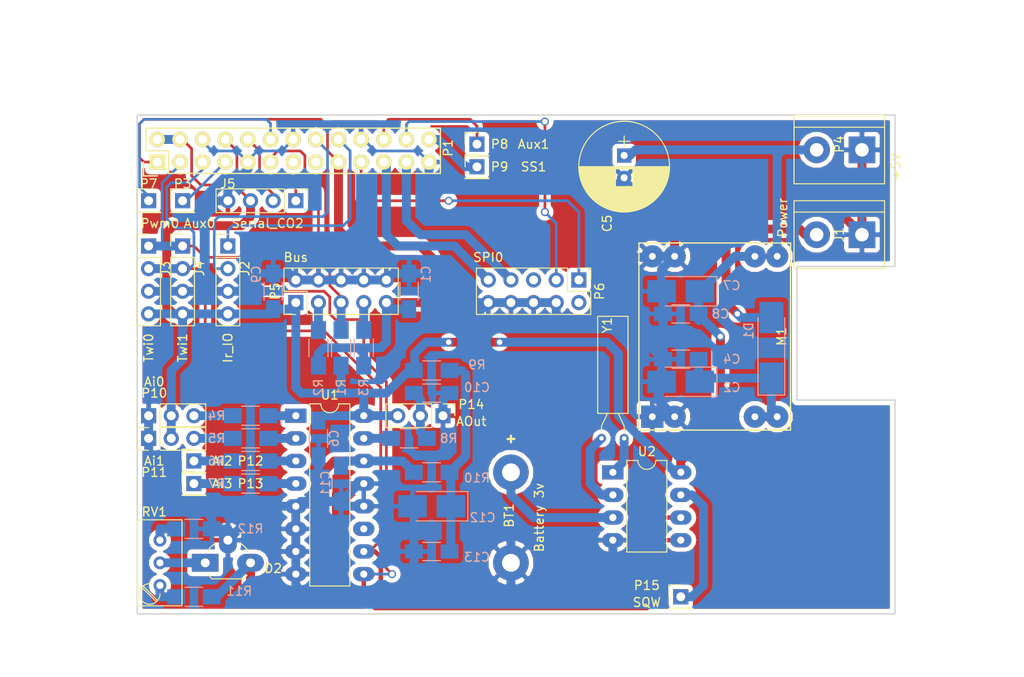
<source format=kicad_pcb>
(kicad_pcb (version 4) (host pcbnew 4.0.7)
  (title_block (date "15 nov 2012"))
  (layers (0 F.Cu signal) (31 B.Cu signal) (34 B.Paste user) (35 F.Paste user) (36 B.SilkS user) (37 F.SilkS user) (38 B.Mask user) (39 F.Mask user) (44 Edge.Cuts user))
  (net 0 "")
  (net 1 +5V)
  (net 2 GND)
  (net 3 +3V3)
  (net 4 /TXD)
  (net 5 /RXD)
  (net 6 "Net-(BT1-Pad1)")
  (net 7 "Net-(C2-Pad1)")
  (net 8 "Net-(C10-Pad1)")
  (net 9 "Net-(C11-Pad1)")
  (net 10 "Net-(C12-Pad1)")
  (net 11 "Net-(D1-Pad2)")
  (net 12 "Net-(D2-Pad1)")
  (net 13 /Ir_TX)
  (net 14 /Ir_RX)
  (net 15 /SDA)
  (net 16 /SCL)
  (net 17 /AUX0)
  (net 18 /1W)
  (net 19 /Pwm0)
  (net 20 /MOSI)
  (net 21 /MISO)
  (net 22 /AUX1)
  (net 23 /SCK)
  (net 24 /SS0)
  (net 25 /SS1)
  (net 26 "Net-(P10-Pad3)")
  (net 27 "Net-(P11-Pad3)")
  (net 28 "Net-(P12-Pad1)")
  (net 29 "Net-(P13-Pad1)")
  (net 30 "Net-(P15-Pad1)")
  (net 31 "Net-(R4-Pad2)")
  (net 32 "Net-(R5-Pad2)")
  (net 33 "Net-(R6-Pad2)")
  (net 34 "Net-(R7-Pad2)")
  (net 35 "Net-(R8-Pad2)")
  (net 36 "Net-(R11-Pad1)")
  (net 37 "Net-(R12-Pad2)")
  (net 38 "Net-(U2-Pad1)")
  (net 39 "Net-(U2-Pad2)")
  (module Pin_Headers:Pin_Header_Straight_2x13 (layer F.Cu) (at 145.75536 130.27914 90)
    (fp_text reference P1 (at 1.5875 32.6136 90) (layer F.SilkS))
    (fp_text value CONN_13X2)
    (pad 1 thru_hole rect (at 0 0 90) (size 1.7272 1.7272) (drill 1.016) (layers *.Cu *.Mask F.SilkS) (net 3 +3V3))
    (pad 2 thru_hole oval (at 2.54 0 90) (size 1.7272 1.7272) (drill 1.016) (layers *.Cu *.Mask F.SilkS) (net 1 +5V))
    (pad 3 thru_hole oval (at 0 2.54 90) (size 1.7272 1.7272) (drill 1.016) (layers *.Cu *.Mask F.SilkS) (net 15 /SDA))
    (pad 4 thru_hole oval (at 2.54 2.54 90) (size 1.7272 1.7272) (drill 1.016) (layers *.Cu *.Mask F.SilkS) (net 1 +5V))
    (pad 5 thru_hole oval (at 0 5.08 90) (size 1.7272 1.7272) (drill 1.016) (layers *.Cu *.Mask F.SilkS) (net 16 /SCL))
    (pad 6 thru_hole oval (at 2.54 5.08 90) (size 1.7272 1.7272) (drill 1.016) (layers *.Cu *.Mask F.SilkS) (net 2 GND))
    (pad 7 thru_hole oval (at 0 7.62 90) (size 1.7272 1.7272) (drill 1.016) (layers *.Cu *.Mask F.SilkS) (net 17 /AUX0))
    (pad 8 thru_hole oval (at 2.54 7.62 90) (size 1.7272 1.7272) (drill 1.016) (layers *.Cu *.Mask F.SilkS) (net 4 /TXD))
    (pad 9 thru_hole oval (at 0 10.16 90) (size 1.7272 1.7272) (drill 1.016) (layers *.Cu *.Mask F.SilkS) (net 2 GND))
    (pad 10 thru_hole oval (at 2.54 10.16 90) (size 1.7272 1.7272) (drill 1.016) (layers *.Cu *.Mask F.SilkS) (net 5 /RXD))
    (pad 11 thru_hole oval (at 0 12.7 90) (size 1.7272 1.7272) (drill 1.016) (layers *.Cu *.Mask F.SilkS) (net 18 /1W))
    (pad 12 thru_hole oval (at 2.54 12.7 90) (size 1.7272 1.7272) (drill 1.016) (layers *.Cu *.Mask F.SilkS) (net 19 /Pwm0))
    (pad 13 thru_hole oval (at 0 15.24 90) (size 1.7272 1.7272) (drill 1.016) (layers *.Cu *.Mask F.SilkS))
    (pad 14 thru_hole oval (at 2.54 15.24 90) (size 1.7272 1.7272) (drill 1.016) (layers *.Cu *.Mask F.SilkS) (net 2 GND))
    (pad 15 thru_hole oval (at 0 17.78 90) (size 1.7272 1.7272) (drill 1.016) (layers *.Cu *.Mask F.SilkS))
    (pad 16 thru_hole oval (at 2.54 17.78 90) (size 1.7272 1.7272) (drill 1.016) (layers *.Cu *.Mask F.SilkS) (net 14 /Ir_RX))
    (pad 17 thru_hole oval (at 0 20.32 90) (size 1.7272 1.7272) (drill 1.016) (layers *.Cu *.Mask F.SilkS) (net 3 +3V3))
    (pad 18 thru_hole oval (at 2.54 20.32 90) (size 1.7272 1.7272) (drill 1.016) (layers *.Cu *.Mask F.SilkS) (net 13 /Ir_TX))
    (pad 19 thru_hole oval (at 0 22.86 90) (size 1.7272 1.7272) (drill 1.016) (layers *.Cu *.Mask F.SilkS) (net 20 /MOSI))
    (pad 20 thru_hole oval (at 2.54 22.86 90) (size 1.7272 1.7272) (drill 1.016) (layers *.Cu *.Mask F.SilkS) (net 2 GND))
    (pad 21 thru_hole oval (at 0 25.4 90) (size 1.7272 1.7272) (drill 1.016) (layers *.Cu *.Mask F.SilkS) (net 21 /MISO))
    (pad 22 thru_hole oval (at 2.54 25.4 90) (size 1.7272 1.7272) (drill 1.016) (layers *.Cu *.Mask F.SilkS) (net 22 /AUX1))
    (pad 23 thru_hole oval (at 0 27.94 90) (size 1.7272 1.7272) (drill 1.016) (layers *.Cu *.Mask F.SilkS) (net 23 /SCK))
    (pad 24 thru_hole oval (at 2.54 27.94 90) (size 1.7272 1.7272) (drill 1.016) (layers *.Cu *.Mask F.SilkS) (net 24 /SS0))
    (pad 25 thru_hole oval (at 0 30.48 90) (size 1.7272 1.7272) (drill 1.016) (layers *.Cu *.Mask F.SilkS) (net 2 GND))
    (pad 26 thru_hole oval (at 2.54 30.48 90) (size 1.7272 1.7272) (drill 1.016) (layers *.Cu *.Mask F.SilkS) (net 25 /SS1))
  )
  (module Wire_Connections_Bridges:WireConnection_2.00mmDrill (layer F.Cu) (at 185.42 165.1 270)
    (fp_text reference BT1 (at 4.8514 0.2032 270) (layer F.SilkS))
    (fp_text value "Battery 3v" (at 5.08 -3.175 270) (layer F.SilkS))
    (pad 1 thru_hole circle (at 0 0 270) (size 4.0005 4.0005) (drill 1.99898) (layers *.Cu *.Mask) (net 6 "Net-(BT1-Pad1)"))
    (pad 2 thru_hole circle (at 10.16 0 270) (size 4.0005 4.0005) (drill 1.99898) (layers *.Cu *.Mask) (net 2 GND))
  )
  (module Capacitors_SMD:C_1206_HandSoldering (layer B.Cu) (at 173.99 144.78 90)
    (fp_text reference C1 (at 1.905 1.905 90) (layer B.SilkS) (effects (justify mirror)))
    (fp_text value 0,1)
    (pad 1 smd rect (at -2 0 90) (size 2 1.6) (layers B.Cu B.Paste B.Mask) (net 3 +3V3))
    (pad 2 smd rect (at 2 0 90) (size 2 1.6) (layers B.Cu B.Paste B.Mask) (net 2 GND))
  )
  (module Capacitors_Tantalum_SMD:CP_Tantalum_Case-B_EIA-3528-21_Hand (layer B.Cu) (at 204.47 154.94 180)
    (fp_text reference C2 (at -5.715 -0.635 180) (layer B.SilkS) (effects (justify mirror)))
    (fp_text value CP)
    (pad 1 smd rect (at -2.15 0 180) (size 3.2 2.5) (layers B.Cu B.Paste B.Mask) (net 7 "Net-(C2-Pad1)"))
    (pad 2 smd rect (at 2.15 0 180) (size 3.2 2.5) (layers B.Cu B.Paste B.Mask) (net 2 GND))
  )
  (module Capacitors_SMD:C_1206_HandSoldering (layer B.Cu) (at 204.47 152.4 180)
    (fp_text reference C4 (at -5.715 0 180) (layer B.SilkS) (effects (justify mirror)))
    (fp_text value C)
    (pad 1 smd rect (at -2 0 180) (size 2 1.6) (layers B.Cu B.Paste B.Mask) (net 7 "Net-(C2-Pad1)"))
    (pad 2 smd rect (at 2 0 180) (size 2 1.6) (layers B.Cu B.Paste B.Mask) (net 2 GND))
  )
  (module Capacitors_THT:CP_Radial_D10.0mm_P2.50mm (layer F.Cu) (at 198.12 129.54 270)
    (fp_text reference C5 (at 7.62 1.905 270) (layer F.SilkS))
    (fp_text value 100,0)
    (pad 1 thru_hole rect (at 0 0 270) (size 1.6 1.6) (drill 0.8) (layers *.Cu *.Mask) (net 1 +5V))
    (pad 2 thru_hole circle (at 2.5 0 270) (size 1.6 1.6) (drill 0.8) (layers *.Cu *.Mask) (net 2 GND))
  )
  (module Capacitors_SMD:C_1206_HandSoldering (layer B.Cu) (at 163.83 161.29 90)
    (fp_text reference C6 (at 0 1.75 90) (layer B.SilkS) (effects (justify mirror)))
    (fp_text value 0,1)
    (pad 1 smd rect (at -2 0 90) (size 2 1.6) (layers B.Cu B.Paste B.Mask) (net 2 GND))
    (pad 2 smd rect (at 2 0 90) (size 2 1.6) (layers B.Cu B.Paste B.Mask) (net 1 +5V))
  )
  (module Capacitors_Tantalum_SMD:CP_Tantalum_Case-B_EIA-3528-21_Hand (layer B.Cu) (at 204.47 144.78 180)
    (fp_text reference C7 (at -5.715 0.635 180) (layer B.SilkS) (effects (justify mirror)))
    (fp_text value 100,0)
    (pad 1 smd rect (at -2.15 0 180) (size 3.2 2.5) (layers B.Cu B.Paste B.Mask) (net 1 +5V))
    (pad 2 smd rect (at 2.15 0 180) (size 3.2 2.5) (layers B.Cu B.Paste B.Mask) (net 2 GND))
  )
  (module Capacitors_SMD:C_1206_HandSoldering (layer B.Cu) (at 204.47 147.32)
    (fp_text reference C8 (at 4.445 0) (layer B.SilkS) (effects (justify mirror)))
    (fp_text value 0,15)
    (pad 1 smd rect (at -2 0) (size 2 1.6) (layers B.Cu B.Paste B.Mask) (net 2 GND))
    (pad 2 smd rect (at 2 0) (size 2 1.6) (layers B.Cu B.Paste B.Mask) (net 1 +5V))
  )
  (module Capacitors_SMD:C_1206_HandSoldering (layer B.Cu) (at 158.75 144.78 90)
    (fp_text reference C9 (at 1.905 -1.905 90) (layer B.SilkS) (effects (justify mirror)))
    (fp_text value 0,1)
    (pad 1 smd rect (at -2 0 90) (size 2 1.6) (layers B.Cu B.Paste B.Mask) (net 1 +5V))
    (pad 2 smd rect (at 2 0 90) (size 2 1.6) (layers B.Cu B.Paste B.Mask) (net 2 GND))
  )
  (module Capacitors_SMD:C_1206_HandSoldering (layer B.Cu) (at 176.53 156.21)
    (fp_text reference C10 (at 5.08 -0.635) (layer B.SilkS) (effects (justify mirror)))
    (fp_text value 0,15)
    (pad 1 smd rect (at -2 0) (size 2 1.6) (layers B.Cu B.Paste B.Mask) (net 8 "Net-(C10-Pad1)"))
    (pad 2 smd rect (at 2 0) (size 2 1.6) (layers B.Cu B.Paste B.Mask) (net 2 GND))
  )
  (module Capacitors_SMD:C_1206_HandSoldering (layer B.Cu) (at 166.37 166.37 270)
    (fp_text reference C11 (at 0 1.75 270) (layer B.SilkS) (effects (justify mirror)))
    (fp_text value 2200)
    (pad 1 smd rect (at -2 0 270) (size 2 1.6) (layers B.Cu B.Paste B.Mask) (net 9 "Net-(C11-Pad1)"))
    (pad 2 smd rect (at 2 0 270) (size 2 1.6) (layers B.Cu B.Paste B.Mask) (net 2 GND))
  )
  (module Capacitors_Tantalum_SMD:CP_Tantalum_Case-B_EIA-3528-21_Hand (layer B.Cu) (at 176.53 168.91 180)
    (fp_text reference C12 (at -5.715 -1.27 180) (layer B.SilkS) (effects (justify mirror)))
    (fp_text value 220,0)
    (pad 1 smd rect (at -2.15 0 180) (size 3.2 2.5) (layers B.Cu B.Paste B.Mask) (net 10 "Net-(C12-Pad1)"))
    (pad 2 smd rect (at 2.15 0 180) (size 3.2 2.5) (layers B.Cu B.Paste B.Mask) (net 2 GND))
  )
  (module Capacitors_SMD:C_1206_HandSoldering (layer B.Cu) (at 176.53 173.99)
    (fp_text reference C13 (at 5.08 0.635) (layer B.SilkS) (effects (justify mirror)))
    (fp_text value 0,15)
    (pad 1 smd rect (at -2 0) (size 2 1.6) (layers B.Cu B.Paste B.Mask) (net 2 GND))
    (pad 2 smd rect (at 2 0) (size 2 1.6) (layers B.Cu B.Paste B.Mask) (net 10 "Net-(C12-Pad1)"))
  )
  (module Diodes_SMD:D_MELF_Handsoldering (layer B.Cu) (at 214.63 151.13 90)
    (fp_text reference D1 (at 1.905 -2.54 90) (layer B.SilkS) (effects (justify mirror)))
    (fp_text value D)
    (pad 1 smd rect (at -3.4 0 90) (size 3.5 2.7) (layers B.Cu B.Paste B.Mask) (net 7 "Net-(C2-Pad1)"))
    (pad 2 smd rect (at 3.4 0 90) (size 3.5 2.7) (layers B.Cu B.Paste B.Mask) (net 11 "Net-(D1-Pad2)"))
  )
  (module TO_SOT_Packages_THT:TO-92_Rugged (layer F.Cu) (at 151.13 175.26)
    (fp_text reference D2 (at 7.62 0.635) (layer F.SilkS))
    (fp_text value TL431LP)
    (pad 2 thru_hole oval (at 2.54 -2.54 90) (size 3 2) (drill 1) (layers *.Cu *.Mask) (net 2 GND))
    (pad 1 thru_hole rect (at 0 0 90) (size 2 3) (drill 1) (layers *.Cu *.Mask) (net 12 "Net-(D2-Pad1)"))
    (pad 3 thru_hole oval (at 5.08 0 90) (size 2 3) (drill 1) (layers *.Cu *.Mask) (net 9 "Net-(C11-Pad1)"))
  )
  (module Connectors_Terminal_Blocks:TerminalBlock_bornier-2_P5.08mm (layer F.Cu) (at 224.79 138.43 180)
    (fp_text reference J1 (at 2.54 0 270) (layer F.SilkS))
    (fp_text value Power (at 8.89 1.905 270) (layer F.SilkS))
    (pad 1 thru_hole rect (at 0 0 180) (size 3 3) (drill 1.52) (layers *.Cu *.Mask) (net 2 GND))
    (pad 2 thru_hole circle (at 5.08 0 180) (size 3 3) (drill 1.52) (layers *.Cu *.Mask) (net 11 "Net-(D1-Pad2)"))
  )
  (module Pin_Headers:Pin_Header_Straight_1x04_Pitch2.54mm (layer F.Cu) (at 153.67 139.7)
    (fp_text reference J2 (at 1.905 2.54 90) (layer F.SilkS))
    (fp_text value Ir_IO (at 0 11.43 90) (layer F.SilkS))
    (pad 1 thru_hole rect (at 0 0) (size 1.7 1.7) (drill 1) (layers *.Cu *.Mask) (net 13 /Ir_TX))
    (pad 2 thru_hole oval (at 0 2.54) (size 1.7 1.7) (drill 1) (layers *.Cu *.Mask) (net 14 /Ir_RX))
    (pad 3 thru_hole oval (at 0 5.08) (size 1.7 1.7) (drill 1) (layers *.Cu *.Mask) (net 2 GND))
    (pad 4 thru_hole oval (at 0 7.62) (size 1.7 1.7) (drill 1) (layers *.Cu *.Mask) (net 1 +5V))
  )
  (module Pin_Headers:Pin_Header_Straight_1x04_Pitch2.54mm (layer F.Cu) (at 144.78 139.7)
    (fp_text reference J3 (at 1.905 2.54 90) (layer F.SilkS))
    (fp_text value Twi0 (at 0 11.43 90) (layer F.SilkS))
    (pad 1 thru_hole rect (at 0 0) (size 1.7 1.7) (drill 1) (layers *.Cu *.Mask) (net 15 /SDA))
    (pad 2 thru_hole oval (at 0 2.54) (size 1.7 1.7) (drill 1) (layers *.Cu *.Mask) (net 16 /SCL))
    (pad 3 thru_hole oval (at 0 5.08) (size 1.7 1.7) (drill 1) (layers *.Cu *.Mask) (net 2 GND))
    (pad 4 thru_hole oval (at 0 7.62) (size 1.7 1.7) (drill 1) (layers *.Cu *.Mask) (net 1 +5V))
  )
  (module Pin_Headers:Pin_Header_Straight_1x04_Pitch2.54mm (layer F.Cu) (at 148.59 139.7)
    (fp_text reference J4 (at 1.905 2.54 90) (layer F.SilkS))
    (fp_text value Twi1 (at 0 11.43 90) (layer F.SilkS))
    (pad 1 thru_hole rect (at 0 0) (size 1.7 1.7) (drill 1) (layers *.Cu *.Mask) (net 15 /SDA))
    (pad 2 thru_hole oval (at 0 2.54) (size 1.7 1.7) (drill 1) (layers *.Cu *.Mask) (net 16 /SCL))
    (pad 3 thru_hole oval (at 0 5.08) (size 1.7 1.7) (drill 1) (layers *.Cu *.Mask) (net 2 GND))
    (pad 4 thru_hole oval (at 0 7.62) (size 1.7 1.7) (drill 1) (layers *.Cu *.Mask) (net 1 +5V))
  )
  (module Pin_Headers:Pin_Header_Straight_1x04_Pitch2.54mm (layer F.Cu) (at 161.29 134.62 270)
    (fp_text reference J5 (at -1.905 7.62 360) (layer F.SilkS))
    (fp_text value Serial_CO2 (at 2.54 3.175 360) (layer F.SilkS))
    (pad 1 thru_hole rect (at 0 0 270) (size 1.7 1.7) (drill 1) (layers *.Cu *.Mask) (net 5 /RXD))
    (pad 2 thru_hole oval (at 0 2.54 270) (size 1.7 1.7) (drill 1) (layers *.Cu *.Mask) (net 4 /TXD))
    (pad 3 thru_hole oval (at 0 5.08 270) (size 1.7 1.7) (drill 1) (layers *.Cu *.Mask) (net 1 +5V))
    (pad 4 thru_hole oval (at 0 7.62 270) (size 1.7 1.7) (drill 1) (layers *.Cu *.Mask) (net 2 GND))
  )
  (module dz_lib:dcdc5v (layer F.Cu) (at 208.28 149.86 90)
    (fp_text reference M1 (at 0 7.5 90) (layer F.SilkS))
    (fp_text value dcdc5v)
    (pad 1 thru_hole rect (at -9 -7 90) (size 2.5 2.5) (drill 0.762) (layers *.Cu *.Mask) (net 2 GND))
    (pad 2 thru_hole circle (at -9 7 90) (size 2.5 2.5) (drill 0.762) (layers *.Cu *.Mask) (net 7 "Net-(C2-Pad1)"))
    (pad 3 thru_hole circle (at 9 7 90) (size 2.5 2.5) (drill 0.762) (layers *.Cu *.Mask) (net 1 +5V))
    (pad 4 thru_hole circle (at 9 -7 90) (size 2.5 2.5) (drill 0.762) (layers *.Cu *.Mask) (net 2 GND))
    (pad 1 thru_hole circle (at -9 -4.5 90) (size 2.5 2.5) (drill 0.762) (layers *.Cu *.Mask) (net 2 GND))
    (pad 2 thru_hole circle (at -9 4.5 90) (size 2.5 2.5) (drill 0.762) (layers *.Cu *.Mask) (net 7 "Net-(C2-Pad1)"))
    (pad 3 thru_hole circle (at 9 4.5 90) (size 2.5 2.5) (drill 0.762) (layers *.Cu *.Mask) (net 1 +5V))
    (pad 4 thru_hole circle (at 9 -4.5 90) (size 2.5 2.5) (drill 0.762) (layers *.Cu *.Mask) (net 2 GND))
  )
  (module Pin_Headers:Pin_Header_Straight_1x01_Pitch2.54mm (layer F.Cu) (at 148.59 134.62)
    (fp_text reference P3 (at 0 -1.905) (layer F.SilkS))
    (fp_text value Aux0 (at 1.905 2.54) (layer F.SilkS))
    (pad 1 thru_hole rect (at 0 0) (size 1.7 1.7) (drill 1) (layers *.Cu *.Mask) (net 17 /AUX0))
  )
  (module Connectors_Terminal_Blocks:TerminalBlock_bornier-2_P5.08mm (layer F.Cu) (at 224.79 128.905 180)
    (fp_text reference P4 (at 2.54 0.635 270) (layer F.SilkS))
    (fp_text value +5V (at -3.81 -1.905 270) (layer F.SilkS))
    (pad 1 thru_hole rect (at 0 0 180) (size 3 3) (drill 1.52) (layers *.Cu *.Mask) (net 2 GND))
    (pad 2 thru_hole circle (at 5.08 0 180) (size 3 3) (drill 1.52) (layers *.Cu *.Mask) (net 1 +5V))
  )
  (module Pin_Headers:Pin_Header_Straight_2x05_Pitch2.54mm (layer F.Cu) (at 161.29 146.05 90)
    (fp_text reference P5 (at 1.27 -2.33 90) (layer F.SilkS))
    (fp_text value Bus (at 5.08 0 180) (layer F.SilkS))
    (pad 1 thru_hole rect (at 0 0 90) (size 1.7 1.7) (drill 1) (layers *.Cu *.Mask) (net 1 +5V))
    (pad 2 thru_hole oval (at 2.54 0 90) (size 1.7 1.7) (drill 1) (layers *.Cu *.Mask) (net 2 GND))
    (pad 3 thru_hole oval (at 0 2.54 90) (size 1.7 1.7) (drill 1) (layers *.Cu *.Mask) (net 16 /SCL))
    (pad 4 thru_hole oval (at 2.54 2.54 90) (size 1.7 1.7) (drill 1) (layers *.Cu *.Mask) (net 2 GND))
    (pad 5 thru_hole oval (at 0 5.08 90) (size 1.7 1.7) (drill 1) (layers *.Cu *.Mask) (net 18 /1W))
    (pad 6 thru_hole oval (at 2.54 5.08 90) (size 1.7 1.7) (drill 1) (layers *.Cu *.Mask) (net 2 GND))
    (pad 7 thru_hole oval (at 0 7.62 90) (size 1.7 1.7) (drill 1) (layers *.Cu *.Mask) (net 15 /SDA))
    (pad 8 thru_hole oval (at 2.54 7.62 90) (size 1.7 1.7) (drill 1) (layers *.Cu *.Mask) (net 2 GND))
    (pad 9 thru_hole oval (at 0 10.16 90) (size 1.7 1.7) (drill 1) (layers *.Cu *.Mask) (net 3 +3V3))
    (pad 10 thru_hole oval (at 2.54 10.16 90) (size 1.7 1.7) (drill 1) (layers *.Cu *.Mask) (net 2 GND))
  )
  (module Pin_Headers:Pin_Header_Straight_2x05_Pitch2.54mm (layer F.Cu) (at 193.04 143.51 270)
    (fp_text reference P6 (at 1.27 -2.33 270) (layer F.SilkS))
    (fp_text value SPI0 (at -2.54 10.16 360) (layer F.SilkS))
    (pad 1 thru_hole rect (at 0 0 270) (size 1.7 1.7) (drill 1) (layers *.Cu *.Mask) (net 20 /MOSI))
    (pad 2 thru_hole oval (at 2.54 0 270) (size 1.7 1.7) (drill 1) (layers *.Cu *.Mask))
    (pad 3 thru_hole oval (at 0 2.54 270) (size 1.7 1.7) (drill 1) (layers *.Cu *.Mask) (net 24 /SS0))
    (pad 4 thru_hole oval (at 2.54 2.54 270) (size 1.7 1.7) (drill 1) (layers *.Cu *.Mask) (net 2 GND))
    (pad 5 thru_hole oval (at 0 5.08 270) (size 1.7 1.7) (drill 1) (layers *.Cu *.Mask))
    (pad 6 thru_hole oval (at 2.54 5.08 270) (size 1.7 1.7) (drill 1) (layers *.Cu *.Mask) (net 2 GND))
    (pad 7 thru_hole oval (at 0 7.62 270) (size 1.7 1.7) (drill 1) (layers *.Cu *.Mask) (net 23 /SCK))
    (pad 8 thru_hole oval (at 2.54 7.62 270) (size 1.7 1.7) (drill 1) (layers *.Cu *.Mask) (net 2 GND))
    (pad 9 thru_hole oval (at 0 10.16 270) (size 1.7 1.7) (drill 1) (layers *.Cu *.Mask) (net 21 /MISO))
    (pad 10 thru_hole oval (at 2.54 10.16 270) (size 1.7 1.7) (drill 1) (layers *.Cu *.Mask) (net 2 GND))
  )
  (module Pin_Headers:Pin_Header_Straight_1x01_Pitch2.54mm (layer F.Cu) (at 144.78 134.62)
    (fp_text reference P7 (at 0 -1.905) (layer F.SilkS))
    (fp_text value Pwm0 (at 1.27 2.54) (layer F.SilkS))
    (pad 1 thru_hole rect (at 0 0) (size 1.7 1.7) (drill 1) (layers *.Cu *.Mask) (net 19 /Pwm0))
  )
  (module Pin_Headers:Pin_Header_Straight_1x01_Pitch2.54mm (layer F.Cu) (at 181.61 128.27)
    (fp_text reference P8 (at 2.54 0) (layer F.SilkS))
    (fp_text value Aux1 (at 6.35 0) (layer F.SilkS))
    (pad 1 thru_hole rect (at 0 0) (size 1.7 1.7) (drill 1) (layers *.Cu *.Mask) (net 22 /AUX1))
  )
  (module Pin_Headers:Pin_Header_Straight_1x01_Pitch2.54mm (layer F.Cu) (at 181.61 130.81)
    (fp_text reference P9 (at 2.54 0) (layer F.SilkS))
    (fp_text value SS1 (at 6.35 0) (layer F.SilkS))
    (pad 1 thru_hole rect (at 0 0) (size 1.7 1.7) (drill 1) (layers *.Cu *.Mask) (net 25 /SS1))
  )
  (module Pin_Headers:Pin_Header_Straight_1x03_Pitch2.54mm (layer F.Cu) (at 144.78 158.75 90)
    (fp_text reference P10 (at 2.54 0.635 180) (layer F.SilkS))
    (fp_text value Ai0 (at 3.81 0.635 180) (layer F.SilkS))
    (pad 1 thru_hole rect (at 0 0 90) (size 1.7 1.7) (drill 1) (layers *.Cu *.Mask) (net 2 GND))
    (pad 2 thru_hole oval (at 0 2.54 90) (size 1.7 1.7) (drill 1) (layers *.Cu *.Mask) (net 1 +5V))
    (pad 3 thru_hole oval (at 0 5.08 90) (size 1.7 1.7) (drill 1) (layers *.Cu *.Mask) (net 26 "Net-(P10-Pad3)"))
  )
  (module Pin_Headers:Pin_Header_Straight_1x03_Pitch2.54mm (layer F.Cu) (at 144.78 161.29 90)
    (fp_text reference P11 (at -3.81 0.635 180) (layer F.SilkS))
    (fp_text value Ai1 (at -2.54 0.635 180) (layer F.SilkS))
    (pad 1 thru_hole rect (at 0 0 90) (size 1.7 1.7) (drill 1) (layers *.Cu *.Mask) (net 2 GND))
    (pad 2 thru_hole oval (at 0 2.54 90) (size 1.7 1.7) (drill 1) (layers *.Cu *.Mask) (net 1 +5V))
    (pad 3 thru_hole oval (at 0 5.08 90) (size 1.7 1.7) (drill 1) (layers *.Cu *.Mask) (net 27 "Net-(P11-Pad3)"))
  )
  (module Pin_Headers:Pin_Header_Straight_1x01_Pitch2.54mm (layer F.Cu) (at 149.86 163.83)
    (fp_text reference P12 (at 6.35 0) (layer F.SilkS))
    (fp_text value Ai2 (at 3.175 0) (layer F.SilkS))
    (pad 1 thru_hole rect (at 0 0) (size 1.7 1.7) (drill 1) (layers *.Cu *.Mask) (net 28 "Net-(P12-Pad1)"))
  )
  (module Pin_Headers:Pin_Header_Straight_1x01_Pitch2.54mm (layer F.Cu) (at 149.86 166.37)
    (fp_text reference P13 (at 6.35 0) (layer F.SilkS))
    (fp_text value Ai3 (at 3.175 0) (layer F.SilkS))
    (pad 1 thru_hole rect (at 0 0) (size 1.7 1.7) (drill 1) (layers *.Cu *.Mask) (net 29 "Net-(P13-Pad1)"))
  )
  (module Pin_Headers:Pin_Header_Straight_1x03_Pitch2.54mm (layer F.Cu) (at 177.8 158.75 270)
    (fp_text reference P14 (at -1.27 -3.175 360) (layer F.SilkS))
    (fp_text value AOut (at 0.635 -3.175 360) (layer F.SilkS))
    (pad 1 thru_hole rect (at 0 0 270) (size 1.7 1.7) (drill 1) (layers *.Cu *.Mask) (net 2 GND))
    (pad 2 thru_hole oval (at 0 2.54 270) (size 1.7 1.7) (drill 1) (layers *.Cu *.Mask) (net 8 "Net-(C10-Pad1)"))
    (pad 3 thru_hole oval (at 0 5.08 270) (size 1.7 1.7) (drill 1) (layers *.Cu *.Mask) (net 1 +5V))
  )
  (module Pin_Headers:Pin_Header_Straight_1x01_Pitch2.54mm (layer F.Cu) (at 204.47 179.07)
    (fp_text reference P15 (at -3.81 -1.27) (layer F.SilkS))
    (fp_text value SQW (at -3.81 0.635) (layer F.SilkS))
    (pad 1 thru_hole rect (at 0 0) (size 1.7 1.7) (drill 1) (layers *.Cu *.Mask) (net 30 "Net-(P15-Pad1)"))
  )
  (module Resistors_SMD:R_1206_HandSoldering (layer B.Cu) (at 166.37 151.13 270)
    (fp_text reference R1 (at 4.445 0 270) (layer B.SilkS) (effects (justify mirror)))
    (fp_text value 4,7k)
    (pad 1 smd rect (at -2 0 270) (size 2 1.7) (layers B.Cu B.Paste B.Mask) (net 18 /1W))
    (pad 2 smd rect (at 2 0 270) (size 2 1.7) (layers B.Cu B.Paste B.Mask) (net 1 +5V))
  )
  (module Resistors_SMD:R_1206_HandSoldering (layer B.Cu) (at 163.83 151.13 270)
    (fp_text reference R2 (at 4.445 0 270) (layer B.SilkS) (effects (justify mirror)))
    (fp_text value 4,7k)
    (pad 1 smd rect (at -2 0 270) (size 2 1.7) (layers B.Cu B.Paste B.Mask) (net 16 /SCL))
    (pad 2 smd rect (at 2 0 270) (size 2 1.7) (layers B.Cu B.Paste B.Mask) (net 3 +3V3))
  )
  (module Resistors_SMD:R_1206_HandSoldering (layer B.Cu) (at 168.91 151.13 270)
    (fp_text reference R3 (at 4.445 0 270) (layer B.SilkS) (effects (justify mirror)))
    (fp_text value 4,7k)
    (pad 1 smd rect (at -2 0 270) (size 2 1.7) (layers B.Cu B.Paste B.Mask) (net 15 /SDA))
    (pad 2 smd rect (at 2 0 270) (size 2 1.7) (layers B.Cu B.Paste B.Mask) (net 3 +3V3))
  )
  (module Resistors_SMD:R_1206_HandSoldering (layer B.Cu) (at 156.21 158.75)
    (fp_text reference R4 (at -3.81 0) (layer B.SilkS) (effects (justify mirror)))
    (fp_text value 1k)
    (pad 1 smd rect (at -2 0) (size 2 1.7) (layers B.Cu B.Paste B.Mask) (net 26 "Net-(P10-Pad3)"))
    (pad 2 smd rect (at 2 0) (size 2 1.7) (layers B.Cu B.Paste B.Mask) (net 31 "Net-(R4-Pad2)"))
  )
  (module Resistors_SMD:R_1206_HandSoldering (layer B.Cu) (at 156.21 161.29)
    (fp_text reference R5 (at -3.81 0) (layer B.SilkS) (effects (justify mirror)))
    (fp_text value 1k)
    (pad 1 smd rect (at -2 0) (size 2 1.7) (layers B.Cu B.Paste B.Mask) (net 27 "Net-(P11-Pad3)"))
    (pad 2 smd rect (at 2 0) (size 2 1.7) (layers B.Cu B.Paste B.Mask) (net 32 "Net-(R5-Pad2)"))
  )
  (module Resistors_SMD:R_1206_HandSoldering (layer B.Cu) (at 156.21 163.83)
    (fp_text reference R6 (at -3.81 0) (layer B.SilkS) (effects (justify mirror)))
    (fp_text value 1k)
    (pad 1 smd rect (at -2 0) (size 2 1.7) (layers B.Cu B.Paste B.Mask) (net 28 "Net-(P12-Pad1)"))
    (pad 2 smd rect (at 2 0) (size 2 1.7) (layers B.Cu B.Paste B.Mask) (net 33 "Net-(R6-Pad2)"))
  )
  (module Resistors_SMD:R_1206_HandSoldering (layer B.Cu) (at 156.21 166.37)
    (fp_text reference R7 (at -3.81 0) (layer B.SilkS) (effects (justify mirror)))
    (fp_text value 1k)
    (pad 1 smd rect (at -2 0) (size 2 1.7) (layers B.Cu B.Paste B.Mask) (net 29 "Net-(P13-Pad1)"))
    (pad 2 smd rect (at 2 0) (size 2 1.7) (layers B.Cu B.Paste B.Mask) (net 34 "Net-(R7-Pad2)"))
  )
  (module Resistors_SMD:R_1206_HandSoldering (layer B.Cu) (at 173.99 161.29 180)
    (fp_text reference R8 (at -4.445 0 180) (layer B.SilkS) (effects (justify mirror)))
    (fp_text value 1k)
    (pad 1 smd rect (at -2 0 180) (size 2 1.7) (layers B.Cu B.Paste B.Mask) (net 8 "Net-(C10-Pad1)"))
    (pad 2 smd rect (at 2 0 180) (size 2 1.7) (layers B.Cu B.Paste B.Mask) (net 35 "Net-(R8-Pad2)"))
  )
  (module Resistors_SMD:R_1206_HandSoldering (layer B.Cu) (at 176.53 153.67 180)
    (fp_text reference R9 (at -5.08 0.635 180) (layer B.SilkS) (effects (justify mirror)))
    (fp_text value 47)
    (pad 1 smd rect (at -2 0 180) (size 2 1.7) (layers B.Cu B.Paste B.Mask) (net 10 "Net-(C12-Pad1)"))
    (pad 2 smd rect (at 2 0 180) (size 2 1.7) (layers B.Cu B.Paste B.Mask) (net 1 +5V))
  )
  (module Resistors_SMD:R_1206_HandSoldering (layer B.Cu) (at 176.53 165.1)
    (fp_text reference R10 (at 5.08 0.635) (layer B.SilkS) (effects (justify mirror)))
    (fp_text value 47)
    (pad 1 smd rect (at -2 0) (size 2 1.7) (layers B.Cu B.Paste B.Mask) (net 9 "Net-(C11-Pad1)"))
    (pad 2 smd rect (at 2 0) (size 2 1.7) (layers B.Cu B.Paste B.Mask) (net 10 "Net-(C12-Pad1)"))
  )
  (module Resistors_SMD:R_1206_HandSoldering (layer B.Cu) (at 149.86 179.07)
    (fp_text reference R11 (at 5.08 -0.635) (layer B.SilkS) (effects (justify mirror)))
    (fp_text value 1,3k)
    (pad 1 smd rect (at -2 0) (size 2 1.7) (layers B.Cu B.Paste B.Mask) (net 36 "Net-(R11-Pad1)"))
    (pad 2 smd rect (at 2 0) (size 2 1.7) (layers B.Cu B.Paste B.Mask) (net 9 "Net-(C11-Pad1)"))
  )
  (module Resistors_SMD:R_1206_HandSoldering (layer B.Cu) (at 149.86 171.45 180)
    (fp_text reference R12 (at -6.35 0 180) (layer B.SilkS) (effects (justify mirror)))
    (fp_text value 2,2k)
    (pad 1 smd rect (at -2 0 180) (size 2 1.7) (layers B.Cu B.Paste B.Mask) (net 2 GND))
    (pad 2 smd rect (at 2 0 180) (size 2 1.7) (layers B.Cu B.Paste B.Mask) (net 37 "Net-(R12-Pad2)"))
  )
  (module Potentiometers:Potentiometer_Trimmer_Bourns_3296W (layer F.Cu) (at 146.05 177.8 270)
    (fp_text reference RV1 (at -8.255 0.635 360) (layer F.SilkS))
    (fp_text value 1k)
    (pad 1 thru_hole circle (at 0 0 270) (size 1.44 1.44) (drill 0.8) (layers *.Cu *.Mask) (net 36 "Net-(R11-Pad1)"))
    (pad 2 thru_hole circle (at -2.54 0 270) (size 1.44 1.44) (drill 0.8) (layers *.Cu *.Mask) (net 12 "Net-(D2-Pad1)"))
    (pad 3 thru_hole circle (at -5.08 0 270) (size 1.44 1.44) (drill 0.8) (layers *.Cu *.Mask) (net 37 "Net-(R12-Pad2)"))
  )
  (module Housings_DIP:DIP-16_W7.62mm_LongPads (layer F.Cu) (at 161.29 158.75)
    (fp_text reference U1 (at 3.81 -2.33) (layer F.SilkS))
    (fp_text value PCF8591)
    (pad 1 thru_hole rect (at 0 0) (size 2.4 1.6) (drill 0.8) (layers *.Cu *.Mask) (net 31 "Net-(R4-Pad2)"))
    (pad 9 thru_hole oval (at 7.62 17.78) (size 2.4 1.6) (drill 0.8) (layers *.Cu *.Mask) (net 15 /SDA))
    (pad 2 thru_hole oval (at 0 2.54) (size 2.4 1.6) (drill 0.8) (layers *.Cu *.Mask) (net 32 "Net-(R5-Pad2)"))
    (pad 10 thru_hole oval (at 7.62 15.24) (size 2.4 1.6) (drill 0.8) (layers *.Cu *.Mask) (net 16 /SCL))
    (pad 3 thru_hole oval (at 0 5.08) (size 2.4 1.6) (drill 0.8) (layers *.Cu *.Mask) (net 33 "Net-(R6-Pad2)"))
    (pad 11 thru_hole oval (at 7.62 12.7) (size 2.4 1.6) (drill 0.8) (layers *.Cu *.Mask))
    (pad 4 thru_hole oval (at 0 7.62) (size 2.4 1.6) (drill 0.8) (layers *.Cu *.Mask) (net 34 "Net-(R7-Pad2)"))
    (pad 12 thru_hole oval (at 7.62 10.16) (size 2.4 1.6) (drill 0.8) (layers *.Cu *.Mask) (net 2 GND))
    (pad 5 thru_hole oval (at 0 10.16) (size 2.4 1.6) (drill 0.8) (layers *.Cu *.Mask) (net 2 GND))
    (pad 13 thru_hole oval (at 7.62 7.62) (size 2.4 1.6) (drill 0.8) (layers *.Cu *.Mask) (net 2 GND))
    (pad 6 thru_hole oval (at 0 12.7) (size 2.4 1.6) (drill 0.8) (layers *.Cu *.Mask) (net 2 GND))
    (pad 14 thru_hole oval (at 7.62 5.08) (size 2.4 1.6) (drill 0.8) (layers *.Cu *.Mask) (net 9 "Net-(C11-Pad1)"))
    (pad 7 thru_hole oval (at 0 15.24) (size 2.4 1.6) (drill 0.8) (layers *.Cu *.Mask) (net 2 GND))
    (pad 15 thru_hole oval (at 7.62 2.54) (size 2.4 1.6) (drill 0.8) (layers *.Cu *.Mask) (net 35 "Net-(R8-Pad2)"))
    (pad 8 thru_hole oval (at 0 17.78) (size 2.4 1.6) (drill 0.8) (layers *.Cu *.Mask) (net 2 GND))
    (pad 16 thru_hole oval (at 7.62 0) (size 2.4 1.6) (drill 0.8) (layers *.Cu *.Mask) (net 1 +5V))
  )
  (module Housings_DIP:DIP-8_W7.62mm_LongPads (layer F.Cu) (at 196.85 165.1)
    (fp_text reference U2 (at 3.81 -2.33) (layer F.SilkS))
    (fp_text value DS1307N+)
    (pad 1 thru_hole rect (at 0 0) (size 2.4 1.6) (drill 0.8) (layers *.Cu *.Mask) (net 38 "Net-(U2-Pad1)"))
    (pad 5 thru_hole oval (at 7.62 7.62) (size 2.4 1.6) (drill 0.8) (layers *.Cu *.Mask) (net 15 /SDA))
    (pad 2 thru_hole oval (at 0 2.54) (size 2.4 1.6) (drill 0.8) (layers *.Cu *.Mask) (net 39 "Net-(U2-Pad2)"))
    (pad 6 thru_hole oval (at 7.62 5.08) (size 2.4 1.6) (drill 0.8) (layers *.Cu *.Mask) (net 16 /SCL))
    (pad 3 thru_hole oval (at 0 5.08) (size 2.4 1.6) (drill 0.8) (layers *.Cu *.Mask) (net 6 "Net-(BT1-Pad1)"))
    (pad 7 thru_hole oval (at 7.62 2.54) (size 2.4 1.6) (drill 0.8) (layers *.Cu *.Mask) (net 30 "Net-(P15-Pad1)"))
    (pad 4 thru_hole oval (at 0 7.62) (size 2.4 1.6) (drill 0.8) (layers *.Cu *.Mask) (net 2 GND))
    (pad 8 thru_hole oval (at 7.62 0) (size 2.4 1.6) (drill 0.8) (layers *.Cu *.Mask) (net 1 +5V))
  )
  (module Crystals:Crystal_AT310_d3.0mm_l10.0mm_Horizontal (layer F.Cu) (at 198.12 161.29 180)
    (fp_text reference Y1 (at 1.905 12.7 270) (layer F.SilkS))
    (fp_text value Crystal)
    (pad 1 thru_hole circle (at 0 0 180) (size 1 1) (drill 0.5) (layers *.Cu *.Mask) (net 38 "Net-(U2-Pad1)"))
    (pad 2 thru_hole circle (at 2.54 0 180) (size 1 1) (drill 0.5) (layers *.Cu *.Mask) (net 39 "Net-(U2-Pad2)"))
  )
  (gr_text + (at 185.42 161.29) (layer F.SilkS) (effects (font (size 1 1) (thickness 0.25))))
  (gr_line (start 228.5 142) (end 228.5 125) (angle 90) (layer Edge.Cuts) (width 0.15))
  (gr_line (start 217.5 142) (end 228.5 142) (angle 90) (layer Edge.Cuts) (width 0.15))
  (gr_line (start 217.5 157) (end 217.5 142) (angle 90) (layer Edge.Cuts) (width 0.15))
  (gr_line (start 228.5 157) (end 217.5 157) (angle 90) (layer Edge.Cuts) (width 0.15))
  (gr_line (start 228.5 181) (end 228.5 157) (angle 90) (layer Edge.Cuts) (width 0.15))
  (gr_line (start 228.5 125) (end 143.5 125) (angle 90) (layer Edge.Cuts) (width 0.15))
  (gr_line (start 143.5 181) (end 228.5 181) (angle 90) (layer Edge.Cuts) (width 0.15))
  (gr_line (start 143.5 125) (end 143.5 181) (angle 90) (layer Edge.Cuts) (width 0.15))
  (segment (start 153.67 147.32) (end 158.21 147.32) (width 1) (layer B.Cu) (net 1))
  (segment (start 158.21 147.32) (end 158.75 146.78) (width 1) (layer B.Cu) (net 1))
  (segment (start 161.29 146.05) (end 161.29 155.575) (width 1) (layer B.Cu) (net 1))
  (segment (start 165.1 156.21) (end 166.37 156.21) (width 1) (layer B.Cu) (net 1))
  (segment (start 161.925 156.21) (end 165.1 156.21) (width 1) (layer B.Cu) (net 1))
  (segment (start 161.29 155.575) (end 161.925 156.21) (width 1) (layer B.Cu) (net 1))
  (segment (start 166.37 153.13) (end 166.37 156.21) (width 1) (layer B.Cu) (net 1))
  (segment (start 158.75 146.78) (end 160.56 146.78) (width 1) (layer B.Cu) (net 1))
  (segment (start 160.56 146.78) (end 161.29 146.05) (width 1) (layer B.Cu) (net 1))
  (segment (start 168.91 158.75) (end 168.91 156.21) (width 1) (layer B.Cu) (net 1))
  (segment (start 198.12 129.54) (end 198.755 129.54) (width 1) (layer B.Cu) (net 1))
  (segment (start 198.755 129.54) (end 199.39 128.905) (width 1) (layer B.Cu) (net 1))
  (segment (start 199.39 128.905) (end 219.71 128.905) (width 1) (layer B.Cu) (net 1))
  (segment (start 215.28 140.86) (end 215.28 129.525) (width 1) (layer B.Cu) (net 1))
  (segment (start 215.9 128.905) (end 219.71 128.905) (width 1) (layer B.Cu) (net 1))
  (segment (start 215.28 129.525) (end 215.9 128.905) (width 1) (layer B.Cu) (net 1))
  (segment (start 204.47 165.1) (end 204.47 163.83) (width 1) (layer F.Cu) (net 1))
  (segment (start 208.915 149.86) (end 206.47 147.415) (width 1) (layer B.Cu) (net 1))
  (via (at 208.915 149.86) (size 0.9) (drill 0.6) (layers F.Cu B.Cu) (net 1))
  (segment (start 208.915 159.385) (end 208.915 149.86) (width 1) (layer F.Cu) (net 1))
  (segment (start 204.47 163.83) (end 208.915 159.385) (width 1) (layer F.Cu) (net 1))
  (segment (start 206.47 147.415) (end 206.47 147.32) (width 1) (layer B.Cu) (net 1))
  (segment (start 204.47 165.1) (end 203.835 165.1) (width 1) (layer B.Cu) (net 1))
  (segment (start 203.835 165.1) (end 197.485 158.75) (width 1) (layer B.Cu) (net 1))
  (segment (start 174.625 151.765) (end 174.625 153.575) (width 1) (layer B.Cu) (net 1))
  (segment (start 175.895 150.495) (end 174.625 151.765) (width 1) (layer B.Cu) (net 1))
  (segment (start 178.435 150.495) (end 175.895 150.495) (width 1) (layer B.Cu) (net 1))
  (via (at 178.435 150.495) (size 0.9) (drill 0.6) (layers F.Cu B.Cu) (net 1))
  (segment (start 184.15 150.495) (end 178.435 150.495) (width 1) (layer F.Cu) (net 1))
  (via (at 184.15 150.495) (size 0.9) (drill 0.6) (layers F.Cu B.Cu) (net 1))
  (segment (start 196.215 150.495) (end 184.15 150.495) (width 1) (layer B.Cu) (net 1))
  (segment (start 197.485 151.765) (end 196.215 150.495) (width 1) (layer B.Cu) (net 1))
  (segment (start 197.485 158.75) (end 197.485 151.765) (width 1) (layer B.Cu) (net 1))
  (segment (start 174.625 153.575) (end 174.53 153.67) (width 1) (layer B.Cu) (net 1))
  (segment (start 148.59 147.32) (end 147.574 147.32) (width 1) (layer F.Cu) (net 1))
  (segment (start 156.21 136.398) (end 156.21 134.62) (width 1) (layer F.Cu) (net 1))
  (segment (start 155.194 137.414) (end 156.21 136.398) (width 1) (layer F.Cu) (net 1))
  (segment (start 147.574 137.414) (end 155.194 137.414) (width 1) (layer F.Cu) (net 1))
  (segment (start 146.812 138.176) (end 147.574 137.414) (width 1) (layer F.Cu) (net 1))
  (segment (start 146.812 146.558) (end 146.812 138.176) (width 1) (layer F.Cu) (net 1))
  (segment (start 147.574 147.32) (end 146.812 146.558) (width 1) (layer F.Cu) (net 1))
  (segment (start 148.29536 127.73914) (end 148.56714 127.73914) (width 0.3) (layer F.Cu) (net 1))
  (segment (start 148.56714 127.73914) (end 149.606 128.778) (width 0.3) (layer F.Cu) (net 1))
  (segment (start 149.606 128.778) (end 149.606 131.826) (width 0.3) (layer F.Cu) (net 1))
  (segment (start 149.606 131.826) (end 150.622 132.842) (width 0.3) (layer F.Cu) (net 1))
  (segment (start 150.622 132.842) (end 154.432 132.842) (width 0.3) (layer F.Cu) (net 1))
  (segment (start 154.432 132.842) (end 156.21 134.62) (width 0.3) (layer F.Cu) (net 1))
  (segment (start 206.47 147.32) (end 206.47 148.05) (width 1) (layer B.Cu) (net 1))
  (segment (start 145.75536 127.73914) (end 148.29536 127.73914) (width 1) (layer B.Cu) (net 1))
  (segment (start 213.36 140.28) (end 212.78 140.86) (width 1) (layer B.Cu) (net 1))
  (segment (start 206.47 147.32) (end 206.47 144.93) (width 1) (layer B.Cu) (net 1))
  (segment (start 206.47 144.93) (end 210.54 140.86) (width 1) (layer B.Cu) (net 1))
  (segment (start 210.54 140.86) (end 212.78 140.86) (width 1) (layer B.Cu) (net 1))
  (segment (start 147.32 158.75) (end 147.32 153.67) (width 1) (layer B.Cu) (net 1))
  (segment (start 148.59 152.4) (end 148.59 147.32) (width 1) (layer B.Cu) (net 1))
  (segment (start 147.32 153.67) (end 148.59 152.4) (width 1) (layer B.Cu) (net 1))
  (segment (start 147.32 158.75) (end 147.32 161.29) (width 1) (layer B.Cu) (net 1))
  (segment (start 144.78 147.32) (end 148.59 147.32) (width 1) (layer B.Cu) (net 1))
  (segment (start 148.59 147.32) (end 153.67 147.32) (width 1) (layer B.Cu) (net 1))
  (segment (start 166.37 156.21) (end 168.91 156.21) (width 1) (layer B.Cu) (net 1))
  (segment (start 168.91 156.21) (end 170.18 156.21) (width 1) (layer B.Cu) (net 1))
  (segment (start 171.45 156.21) (end 170.18 156.21) (width 1) (layer B.Cu) (net 1))
  (segment (start 173.99 153.67) (end 171.45 156.21) (width 1) (layer B.Cu) (net 1))
  (segment (start 174.53 153.67) (end 173.99 153.67) (width 1) (layer B.Cu) (net 1))
  (segment (start 168.91 158.75) (end 172.72 158.75) (width 1) (layer B.Cu) (net 1))
  (segment (start 168.91 158.75) (end 164.37 158.75) (width 1) (layer B.Cu) (net 1))
  (segment (start 164.37 158.75) (end 163.83 159.29) (width 1) (layer B.Cu) (net 1))
  (segment (start 173.99 142.78) (end 178.34 142.78) (width 1) (layer B.Cu) (net 2))
  (segment (start 178.34 142.78) (end 181.61 146.05) (width 1) (layer B.Cu) (net 2))
  (segment (start 181.61 146.05) (end 182.88 146.05) (width 1) (layer B.Cu) (net 2))
  (segment (start 153.67 144.78) (end 154.94 144.78) (width 1) (layer B.Cu) (net 2))
  (segment (start 156.94 142.78) (end 158.75 142.78) (width 1) (layer B.Cu) (net 2))
  (segment (start 154.94 144.78) (end 156.94 142.78) (width 1) (layer B.Cu) (net 2))
  (segment (start 173.99 142.78) (end 172.18 142.78) (width 1) (layer B.Cu) (net 2))
  (segment (start 172.18 142.78) (end 171.45 143.51) (width 1) (layer B.Cu) (net 2))
  (segment (start 158.75 142.78) (end 160.56 142.78) (width 1) (layer B.Cu) (net 2))
  (segment (start 160.56 142.78) (end 161.29 143.51) (width 1) (layer B.Cu) (net 2))
  (segment (start 161.29 143.51) (end 166.37 143.51) (width 1) (layer B.Cu) (net 2))
  (segment (start 166.37 143.51) (end 168.91 143.51) (width 1) (layer B.Cu) (net 2))
  (segment (start 168.91 143.51) (end 171.45 143.51) (width 1) (layer B.Cu) (net 2))
  (segment (start 224.79 138.43) (end 224.79 128.905) (width 1) (layer F.Cu) (net 2))
  (segment (start 168.91 166.37) (end 172.085 166.37) (width 0.3) (layer B.Cu) (net 2))
  (segment (start 177.8 162.56) (end 177.8 158.75) (width 0.3) (layer B.Cu) (net 2))
  (segment (start 176.53 163.83) (end 177.8 162.56) (width 0.3) (layer B.Cu) (net 2))
  (segment (start 176.53 166.37) (end 176.53 163.83) (width 0.3) (layer B.Cu) (net 2))
  (segment (start 175.895 167.005) (end 176.53 166.37) (width 0.3) (layer B.Cu) (net 2))
  (segment (start 172.72 167.005) (end 175.895 167.005) (width 0.3) (layer B.Cu) (net 2))
  (segment (start 172.085 166.37) (end 172.72 167.005) (width 0.3) (layer B.Cu) (net 2))
  (segment (start 203.78 140.86) (end 203.78 138.485) (width 1) (layer F.Cu) (net 2))
  (segment (start 203.78 138.485) (end 206.375 135.89) (width 1) (layer F.Cu) (net 2))
  (segment (start 206.375 135.89) (end 222.25 135.89) (width 1) (layer F.Cu) (net 2))
  (segment (start 222.25 135.89) (end 224.79 138.43) (width 1) (layer F.Cu) (net 2))
  (segment (start 151.86 171.45) (end 151.86 170.148) (width 1) (layer B.Cu) (net 2))
  (segment (start 144.78 167.894) (end 144.78 161.29) (width 1) (layer B.Cu) (net 2))
  (segment (start 145.796 168.91) (end 144.78 167.894) (width 1) (layer B.Cu) (net 2))
  (segment (start 150.622 168.91) (end 145.796 168.91) (width 1) (layer B.Cu) (net 2))
  (segment (start 151.86 170.148) (end 150.622 168.91) (width 1) (layer B.Cu) (net 2))
  (segment (start 155.91536 130.27914) (end 155.91536 130.08864) (width 0.3) (layer B.Cu) (net 2))
  (segment (start 155.91536 130.08864) (end 156.972 129.032) (width 0.3) (layer B.Cu) (net 2))
  (segment (start 159.7025 129.032) (end 160.99536 127.73914) (width 0.3) (layer B.Cu) (net 2))
  (segment (start 156.972 129.032) (end 159.7025 129.032) (width 0.3) (layer B.Cu) (net 2))
  (segment (start 150.83536 127.73914) (end 150.83536 127.97536) (width 0.3) (layer B.Cu) (net 2))
  (segment (start 150.83536 127.97536) (end 151.892 129.032) (width 0.3) (layer B.Cu) (net 2))
  (segment (start 151.892 129.032) (end 154.66822 129.032) (width 0.3) (layer B.Cu) (net 2))
  (segment (start 154.66822 129.032) (end 155.91536 130.27914) (width 0.3) (layer B.Cu) (net 2))
  (segment (start 168.61536 127.73914) (end 168.88714 127.73914) (width 0.3) (layer B.Cu) (net 2))
  (segment (start 168.88714 127.73914) (end 170.18 129.032) (width 0.3) (layer B.Cu) (net 2))
  (segment (start 170.18 129.032) (end 174.98822 129.032) (width 0.3) (layer B.Cu) (net 2))
  (segment (start 174.98822 129.032) (end 176.23536 130.27914) (width 0.3) (layer B.Cu) (net 2))
  (segment (start 176.23536 130.27914) (end 176.23536 131.78536) (width 1) (layer B.Cu) (net 2))
  (segment (start 196.81 133.35) (end 198.12 132.04) (width 1) (layer B.Cu) (net 2))
  (segment (start 177.8 133.35) (end 196.81 133.35) (width 1) (layer B.Cu) (net 2))
  (segment (start 176.23536 131.78536) (end 177.8 133.35) (width 1) (layer B.Cu) (net 2))
  (segment (start 155.91536 130.27914) (end 155.91536 131.10464) (width 1) (layer B.Cu) (net 2))
  (segment (start 155.91536 131.10464) (end 153.67 133.35) (width 1) (layer B.Cu) (net 2))
  (segment (start 153.67 133.35) (end 153.67 134.62) (width 1) (layer B.Cu) (net 2))
  (segment (start 153.67 134.62) (end 152.4 134.62) (width 1) (layer B.Cu) (net 2))
  (segment (start 151.13 135.89) (end 151.13 144.78) (width 1) (layer B.Cu) (net 2))
  (segment (start 152.4 134.62) (end 151.13 135.89) (width 1) (layer B.Cu) (net 2))
  (segment (start 144.78 144.78) (end 148.59 144.78) (width 1) (layer B.Cu) (net 2))
  (segment (start 148.59 144.78) (end 151.13 144.78) (width 1) (layer B.Cu) (net 2))
  (segment (start 151.13 144.78) (end 153.67 144.78) (width 1) (layer B.Cu) (net 2))
  (segment (start 190.5 146.05) (end 190.5 147.32) (width 1) (layer B.Cu) (net 2))
  (segment (start 198.66 148.59) (end 202.47 152.4) (width 1) (layer B.Cu) (net 2))
  (segment (start 191.77 148.59) (end 198.66 148.59) (width 1) (layer B.Cu) (net 2))
  (segment (start 190.5 147.32) (end 191.77 148.59) (width 1) (layer B.Cu) (net 2))
  (segment (start 185.42 175.26) (end 185.42 172.72) (width 1) (layer B.Cu) (net 2))
  (segment (start 181.61 147.32) (end 182.88 146.05) (width 1) (layer B.Cu) (net 2))
  (segment (start 181.61 168.91) (end 181.61 147.32) (width 1) (layer B.Cu) (net 2))
  (segment (start 185.42 172.72) (end 181.61 168.91) (width 1) (layer B.Cu) (net 2))
  (segment (start 182.88 146.05) (end 187.96 146.05) (width 1) (layer B.Cu) (net 2))
  (segment (start 187.96 146.05) (end 190.5 146.05) (width 1) (layer B.Cu) (net 2))
  (segment (start 203.78 140.86) (end 201.28 140.86) (width 1) (layer B.Cu) (net 2))
  (segment (start 201.28 140.86) (end 201.17 140.97) (width 1) (layer B.Cu) (net 2))
  (segment (start 201.17 140.97) (end 199.39 140.97) (width 1) (layer B.Cu) (net 2))
  (segment (start 199.39 140.97) (end 198.12 139.7) (width 1) (layer B.Cu) (net 2))
  (segment (start 198.12 139.7) (end 198.12 132.04) (width 1) (layer B.Cu) (net 2))
  (segment (start 203.78 140.86) (end 202.32 142.32) (width 1) (layer B.Cu) (net 2))
  (segment (start 202.32 142.32) (end 202.32 144.78) (width 1) (layer B.Cu) (net 2))
  (segment (start 202.32 154.94) (end 202.32 152.55) (width 1) (layer B.Cu) (net 2))
  (segment (start 202.32 152.55) (end 202.47 152.4) (width 1) (layer B.Cu) (net 2))
  (segment (start 202.47 152.4) (end 202.47 144.93) (width 1) (layer B.Cu) (net 2))
  (segment (start 202.47 144.93) (end 202.32 144.78) (width 1) (layer B.Cu) (net 2))
  (segment (start 201.28 158.86) (end 203.78 158.86) (width 1) (layer B.Cu) (net 2))
  (segment (start 203.78 158.86) (end 201.93 157.01) (width 1) (layer B.Cu) (net 2))
  (segment (start 201.93 157.01) (end 201.93 155.33) (width 1) (layer B.Cu) (net 2))
  (segment (start 201.93 155.33) (end 202.32 154.94) (width 1) (layer B.Cu) (net 2))
  (segment (start 185.42 177.8) (end 186.69 179.07) (width 1) (layer B.Cu) (net 2))
  (segment (start 196.85 177.8) (end 196.85 172.72) (width 1) (layer B.Cu) (net 2))
  (segment (start 195.58 179.07) (end 196.85 177.8) (width 1) (layer B.Cu) (net 2))
  (segment (start 186.69 179.07) (end 195.58 179.07) (width 1) (layer B.Cu) (net 2))
  (segment (start 174.53 177.26) (end 174.72 177.26) (width 1) (layer B.Cu) (net 2))
  (segment (start 185.42 177.8) (end 185.42 175.26) (width 1) (layer B.Cu) (net 2))
  (segment (start 184.15 179.07) (end 185.42 177.8) (width 1) (layer B.Cu) (net 2))
  (segment (start 176.53 179.07) (end 184.15 179.07) (width 1) (layer B.Cu) (net 2))
  (segment (start 174.72 177.26) (end 176.53 179.07) (width 1) (layer B.Cu) (net 2))
  (segment (start 144.78 158.75) (end 144.78 161.29) (width 1) (layer B.Cu) (net 2))
  (segment (start 177.8 158.75) (end 177.8 156.94) (width 1) (layer B.Cu) (net 2))
  (segment (start 177.8 156.94) (end 178.53 156.21) (width 1) (layer B.Cu) (net 2))
  (segment (start 161.29 176.53) (end 161.29 177.8) (width 1) (layer B.Cu) (net 2))
  (segment (start 174.53 177.26) (end 174.53 173.99) (width 1) (layer B.Cu) (net 2))
  (segment (start 172.72 179.07) (end 174.53 177.26) (width 1) (layer B.Cu) (net 2))
  (segment (start 162.56 179.07) (end 172.72 179.07) (width 1) (layer B.Cu) (net 2))
  (segment (start 161.29 177.8) (end 162.56 179.07) (width 1) (layer B.Cu) (net 2))
  (segment (start 174.53 173.99) (end 174.53 169.06) (width 1) (layer B.Cu) (net 2))
  (segment (start 174.53 169.06) (end 174.38 168.91) (width 1) (layer B.Cu) (net 2))
  (segment (start 161.29 173.99) (end 161.29 176.53) (width 1) (layer B.Cu) (net 2))
  (segment (start 161.29 171.45) (end 161.29 173.99) (width 1) (layer B.Cu) (net 2))
  (segment (start 161.29 168.91) (end 161.29 171.45) (width 1) (layer B.Cu) (net 2))
  (segment (start 153.67 172.72) (end 153.67 171.45) (width 1) (layer B.Cu) (net 2))
  (segment (start 153.67 171.45) (end 151.86 171.45) (width 1) (layer B.Cu) (net 2))
  (segment (start 153.67 172.72) (end 157.48 168.91) (width 1) (layer B.Cu) (net 2))
  (segment (start 157.48 168.91) (end 161.29 168.91) (width 1) (layer B.Cu) (net 2))
  (segment (start 166.37 168.37) (end 161.83 168.37) (width 1) (layer B.Cu) (net 2))
  (segment (start 161.83 168.37) (end 161.29 168.91) (width 1) (layer B.Cu) (net 2))
  (segment (start 168.91 168.91) (end 166.91 168.91) (width 1) (layer B.Cu) (net 2))
  (segment (start 166.91 168.91) (end 166.37 168.37) (width 1) (layer B.Cu) (net 2))
  (segment (start 168.91 166.37) (end 168.37 166.37) (width 1) (layer B.Cu) (net 2))
  (segment (start 168.37 166.37) (end 166.37 168.37) (width 1) (layer B.Cu) (net 2))
  (segment (start 163.83 163.29) (end 163.83 167.64) (width 1) (layer B.Cu) (net 2))
  (segment (start 164.56 168.37) (end 166.37 168.37) (width 1) (layer B.Cu) (net 2))
  (segment (start 163.83 167.64) (end 164.56 168.37) (width 1) (layer B.Cu) (net 2))
  (segment (start 171.45 146.05) (end 175.768 146.05) (width 1) (layer F.Cu) (net 3))
  (segment (start 175.768 146.05) (end 176.53 145.288) (width 1) (layer F.Cu) (net 3))
  (segment (start 176.53 145.288) (end 176.53 140.97) (width 1) (layer F.Cu) (net 3))
  (segment (start 176.53 140.97) (end 175.26 139.7) (width 1) (layer F.Cu) (net 3))
  (segment (start 175.26 139.7) (end 167.894 139.7) (width 1) (layer F.Cu) (net 3))
  (segment (start 167.894 139.7) (end 166.07536 137.88136) (width 1) (layer F.Cu) (net 3))
  (segment (start 166.07536 137.88136) (end 166.07536 130.27914) (width 1) (layer F.Cu) (net 3))
  (segment (start 168.275 151.13) (end 170.815 151.13) (width 1) (layer B.Cu) (net 3))
  (segment (start 171.45 150.495) (end 171.45 146.05) (width 1) (layer B.Cu) (net 3))
  (segment (start 170.815 151.13) (end 171.45 150.495) (width 1) (layer B.Cu) (net 3))
  (segment (start 163.83 153.13) (end 163.83 151.765) (width 1) (layer B.Cu) (net 3))
  (segment (start 168.91 151.765) (end 168.91 153.13) (width 1) (layer B.Cu) (net 3))
  (segment (start 168.275 151.13) (end 168.91 151.765) (width 1) (layer B.Cu) (net 3))
  (segment (start 164.465 151.13) (end 168.275 151.13) (width 1) (layer B.Cu) (net 3))
  (segment (start 163.83 151.765) (end 164.465 151.13) (width 1) (layer B.Cu) (net 3))
  (segment (start 173.99 146.78) (end 172.18 146.78) (width 1) (layer B.Cu) (net 3))
  (segment (start 172.18 146.78) (end 171.45 146.05) (width 1) (layer B.Cu) (net 3))
  (segment (start 166.07536 130.27914) (end 166.07536 130.26136) (width 0.3) (layer F.Cu) (net 3))
  (segment (start 166.07536 130.26136) (end 164.846 129.032) (width 0.3) (layer F.Cu) (net 3))
  (segment (start 164.846 129.032) (end 164.846 126.238) (width 0.3) (layer F.Cu) (net 3))
  (segment (start 164.846 126.238) (end 164.084 125.476) (width 0.3) (layer F.Cu) (net 3))
  (segment (start 164.084 125.476) (end 144.272 125.476) (width 0.3) (layer F.Cu) (net 3))
  (segment (start 144.272 125.476) (end 143.764 125.984) (width 0.3) (layer F.Cu) (net 3))
  (segment (start 143.764 125.984) (end 143.764 129.794) (width 0.3) (layer F.Cu) (net 3))
  (segment (start 143.764 129.794) (end 144.24914 130.27914) (width 0.3) (layer F.Cu) (net 3))
  (segment (start 144.24914 130.27914) (end 145.75536 130.27914) (width 0.3) (layer F.Cu) (net 3))
  (segment (start 153.37536 127.73914) (end 153.39314 127.73914) (width 0.3) (layer F.Cu) (net 4))
  (segment (start 153.39314 127.73914) (end 154.686 129.032) (width 0.3) (layer F.Cu) (net 4))
  (segment (start 154.686 129.032) (end 154.686 131.572) (width 0.3) (layer F.Cu) (net 4))
  (segment (start 154.686 131.572) (end 156.21 133.096) (width 0.3) (layer F.Cu) (net 4))
  (segment (start 156.21 133.096) (end 157.988 133.096) (width 0.3) (layer F.Cu) (net 4))
  (segment (start 157.988 133.096) (end 158.75 133.858) (width 0.3) (layer F.Cu) (net 4))
  (segment (start 158.75 133.858) (end 158.75 134.62) (width 0.3) (layer F.Cu) (net 4))
  (segment (start 155.91536 127.73914) (end 155.93314 127.73914) (width 0.3) (layer F.Cu) (net 5))
  (segment (start 155.93314 127.73914) (end 157.226 129.032) (width 0.3) (layer F.Cu) (net 5))
  (segment (start 157.226 129.032) (end 157.226 131.318) (width 0.3) (layer F.Cu) (net 5))
  (segment (start 157.226 131.318) (end 158.242 132.334) (width 0.3) (layer F.Cu) (net 5))
  (segment (start 158.242 132.334) (end 160.528 132.334) (width 0.3) (layer F.Cu) (net 5))
  (segment (start 160.528 132.334) (end 161.29 133.096) (width 0.3) (layer F.Cu) (net 5))
  (segment (start 161.29 133.096) (end 161.29 134.62) (width 0.3) (layer F.Cu) (net 5))
  (segment (start 196.85 170.18) (end 187.96 170.18) (width 1) (layer B.Cu) (net 6))
  (segment (start 185.42 167.64) (end 185.42 165.1) (width 1) (layer B.Cu) (net 6))
  (segment (start 187.96 170.18) (end 185.42 167.64) (width 1) (layer B.Cu) (net 6))
  (segment (start 214.63 154.53) (end 207.03 154.53) (width 1) (layer B.Cu) (net 7))
  (segment (start 207.03 154.53) (end 206.62 154.94) (width 1) (layer B.Cu) (net 7))
  (segment (start 206.47 152.4) (end 206.47 154.79) (width 1) (layer B.Cu) (net 7))
  (segment (start 206.47 154.79) (end 206.62 154.94) (width 1) (layer B.Cu) (net 7))
  (segment (start 212.78 158.86) (end 215.28 158.86) (width 1) (layer B.Cu) (net 7))
  (segment (start 215.28 158.86) (end 214.63 158.21) (width 1) (layer B.Cu) (net 7))
  (segment (start 214.63 158.21) (end 214.63 154.53) (width 1) (layer B.Cu) (net 7))
  (segment (start 175.26 158.75) (end 175.26 156.94) (width 1) (layer B.Cu) (net 8))
  (segment (start 175.26 156.94) (end 174.53 156.21) (width 1) (layer B.Cu) (net 8))
  (segment (start 175.26 158.75) (end 175.26 160.56) (width 1) (layer B.Cu) (net 8))
  (segment (start 175.26 160.56) (end 175.99 161.29) (width 1) (layer B.Cu) (net 8))
  (segment (start 156.21 175.26) (end 156.21 177.8) (width 1) (layer F.Cu) (net 9))
  (segment (start 165.608 163.83) (end 168.91 163.83) (width 1) (layer F.Cu) (net 9))
  (segment (start 164.338 165.1) (end 165.608 163.83) (width 1) (layer F.Cu) (net 9))
  (segment (start 164.338 177.292) (end 164.338 165.1) (width 1) (layer F.Cu) (net 9))
  (segment (start 162.56 179.07) (end 164.338 177.292) (width 1) (layer F.Cu) (net 9))
  (segment (start 157.48 179.07) (end 162.56 179.07) (width 1) (layer F.Cu) (net 9))
  (segment (start 156.21 177.8) (end 157.48 179.07) (width 1) (layer F.Cu) (net 9))
  (segment (start 168.91 163.83) (end 173.26 163.83) (width 1) (layer B.Cu) (net 9))
  (segment (start 173.26 163.83) (end 174.53 165.1) (width 1) (layer B.Cu) (net 9))
  (segment (start 151.86 179.07) (end 152.4 179.07) (width 1) (layer B.Cu) (net 9))
  (segment (start 152.4 179.07) (end 156.21 175.26) (width 1) (layer B.Cu) (net 9))
  (segment (start 168.91 163.83) (end 166.91 163.83) (width 1) (layer B.Cu) (net 9))
  (segment (start 166.91 163.83) (end 166.37 164.37) (width 1) (layer B.Cu) (net 9))
  (segment (start 178.53 153.67) (end 179.901998 153.67) (width 1) (layer B.Cu) (net 10))
  (segment (start 180.34 163.29) (end 178.53 165.1) (width 1) (layer B.Cu) (net 10))
  (segment (start 180.34 154.108002) (end 180.34 163.29) (width 1) (layer B.Cu) (net 10))
  (segment (start 179.901998 153.67) (end 180.34 154.108002) (width 1) (layer B.Cu) (net 10))
  (segment (start 178.68 168.91) (end 178.68 165.25) (width 1) (layer B.Cu) (net 10))
  (segment (start 178.68 165.25) (end 178.53 165.1) (width 1) (layer B.Cu) (net 10))
  (segment (start 178.68 168.91) (end 178.68 173.84) (width 1) (layer B.Cu) (net 10))
  (segment (start 178.68 173.84) (end 178.53 173.99) (width 1) (layer B.Cu) (net 10))
  (segment (start 219.71 138.43) (end 218.44 138.43) (width 1) (layer F.Cu) (net 11))
  (segment (start 218.44 138.43) (end 217.805 137.795) (width 1) (layer F.Cu) (net 11))
  (segment (start 217.805 137.795) (end 210.185 137.795) (width 1) (layer F.Cu) (net 11))
  (segment (start 210.185 137.795) (end 209.55 138.43) (width 1) (layer F.Cu) (net 11))
  (segment (start 209.55 138.43) (end 209.55 146.05) (width 1) (layer F.Cu) (net 11))
  (segment (start 209.55 146.05) (end 210.82 147.32) (width 1) (layer F.Cu) (net 11))
  (via (at 210.82 147.32) (size 0.9) (drill 0.6) (layers F.Cu B.Cu) (net 11))
  (segment (start 210.82 147.32) (end 211.23 147.73) (width 1) (layer B.Cu) (net 11))
  (segment (start 211.23 147.73) (end 214.63 147.73) (width 1) (layer B.Cu) (net 11))
  (segment (start 151.13 175.26) (end 146.05 175.26) (width 1) (layer B.Cu) (net 12))
  (segment (start 166.07536 127.73914) (end 166.09314 127.73914) (width 0.3) (layer B.Cu) (net 13))
  (segment (start 166.09314 127.73914) (end 167.386 129.032) (width 0.3) (layer B.Cu) (net 13))
  (segment (start 167.386 129.032) (end 167.386 136.652) (width 0.3) (layer B.Cu) (net 13))
  (segment (start 167.386 136.652) (end 166.624 137.414) (width 0.3) (layer B.Cu) (net 13))
  (segment (start 166.624 137.414) (end 154.178 137.414) (width 0.3) (layer B.Cu) (net 13))
  (segment (start 154.178 137.414) (end 153.67 137.922) (width 0.3) (layer B.Cu) (net 13))
  (segment (start 153.67 137.922) (end 153.67 139.7) (width 0.3) (layer B.Cu) (net 13))
  (segment (start 163.53536 127.73914) (end 163.55314 127.73914) (width 0.3) (layer B.Cu) (net 14))
  (segment (start 163.55314 127.73914) (end 164.846 129.032) (width 0.3) (layer B.Cu) (net 14))
  (segment (start 164.846 129.032) (end 164.846 135.89) (width 0.3) (layer B.Cu) (net 14))
  (segment (start 164.846 135.89) (end 164.338 136.398) (width 0.3) (layer B.Cu) (net 14))
  (segment (start 164.338 136.398) (end 152.654 136.398) (width 0.3) (layer B.Cu) (net 14))
  (segment (start 152.654 136.398) (end 152.146 136.906) (width 0.3) (layer B.Cu) (net 14))
  (segment (start 152.146 136.906) (end 152.146 141.986) (width 0.3) (layer B.Cu) (net 14))
  (segment (start 152.146 141.986) (end 152.4 142.24) (width 0.3) (layer B.Cu) (net 14))
  (segment (start 152.4 142.24) (end 153.67 142.24) (width 0.3) (layer B.Cu) (net 14))
  (segment (start 148.59 139.7) (end 149.86 139.7) (width 0.3) (layer F.Cu) (net 15))
  (segment (start 165.735 147.955) (end 168.91 147.955) (width 0.3) (layer F.Cu) (net 15))
  (segment (start 165.1 147.32) (end 165.735 147.955) (width 0.3) (layer F.Cu) (net 15))
  (segment (start 165.1 145.415) (end 165.1 147.32) (width 0.3) (layer F.Cu) (net 15))
  (segment (start 164.465 144.78) (end 165.1 145.415) (width 0.3) (layer F.Cu) (net 15))
  (segment (start 157.48 144.78) (end 164.465 144.78) (width 0.3) (layer F.Cu) (net 15))
  (segment (start 156.21 143.51) (end 157.48 144.78) (width 0.3) (layer F.Cu) (net 15))
  (segment (start 156.21 142.24) (end 156.21 143.51) (width 0.3) (layer F.Cu) (net 15))
  (segment (start 154.94 140.97) (end 156.21 142.24) (width 0.3) (layer F.Cu) (net 15))
  (segment (start 151.13 140.97) (end 154.94 140.97) (width 0.3) (layer F.Cu) (net 15))
  (segment (start 149.86 139.7) (end 151.13 140.97) (width 0.3) (layer F.Cu) (net 15))
  (segment (start 168.91 146.05) (end 168.91 147.955) (width 0.3) (layer F.Cu) (net 15))
  (segment (start 168.91 147.955) (end 168.91 152.4) (width 0.3) (layer F.Cu) (net 15))
  (segment (start 168.91 152.4) (end 171.45 154.94) (width 0.3) (layer F.Cu) (net 15))
  (segment (start 172.085 176.53) (end 168.91 176.53) (width 0.3) (layer B.Cu) (net 15))
  (segment (start 171.45 175.895) (end 171.45 154.94) (width 0.3) (layer F.Cu) (net 15))
  (segment (start 172.085 176.53) (end 171.45 175.895) (width 0.3) (layer F.Cu) (net 15))
  (via (at 172.085 176.53) (size 0.9) (drill 0.6) (layers F.Cu B.Cu) (net 15))
  (segment (start 168.91 146.05) (end 168.91 149.13) (width 1) (layer B.Cu) (net 15))
  (segment (start 168.91 176.53) (end 168.91 179.07) (width 0.5) (layer F.Cu) (net 15))
  (segment (start 202.565 172.72) (end 204.47 172.72) (width 0.5) (layer F.Cu) (net 15))
  (segment (start 201.93 173.355) (end 202.565 172.72) (width 0.5) (layer F.Cu) (net 15))
  (segment (start 201.93 179.07) (end 201.93 173.355) (width 0.5) (layer F.Cu) (net 15))
  (segment (start 200.66 180.34) (end 201.93 179.07) (width 0.5) (layer F.Cu) (net 15))
  (segment (start 170.18 180.34) (end 200.66 180.34) (width 0.5) (layer F.Cu) (net 15))
  (segment (start 168.91 179.07) (end 170.18 180.34) (width 0.5) (layer F.Cu) (net 15))
  (segment (start 148.29536 130.27914) (end 148.29536 130.59664) (width 0.3) (layer B.Cu) (net 15))
  (segment (start 148.29536 130.59664) (end 146.304 132.588) (width 0.3) (layer B.Cu) (net 15))
  (segment (start 146.304 132.588) (end 146.304 139.7) (width 0.3) (layer B.Cu) (net 15))
  (segment (start 144.78 139.7) (end 146.304 139.7) (width 1) (layer B.Cu) (net 15))
  (segment (start 146.304 139.7) (end 148.59 139.7) (width 1) (layer B.Cu) (net 15))
  (segment (start 168.91 146.05) (end 168.91 145.415) (width 0.3) (layer B.Cu) (net 15))
  (segment (start 163.83 148.59) (end 163.195 149.225) (width 0.3) (layer F.Cu) (net 16))
  (segment (start 150.495 142.24) (end 148.59 142.24) (width 0.3) (layer F.Cu) (net 16))
  (segment (start 151.13 142.875) (end 150.495 142.24) (width 0.3) (layer F.Cu) (net 16))
  (segment (start 151.13 148.59) (end 151.13 142.875) (width 0.3) (layer F.Cu) (net 16))
  (segment (start 151.765 149.225) (end 151.13 148.59) (width 0.3) (layer F.Cu) (net 16))
  (segment (start 163.195 149.225) (end 151.765 149.225) (width 0.3) (layer F.Cu) (net 16))
  (segment (start 170.815 156.845) (end 170.815 155.575) (width 0.3) (layer F.Cu) (net 16))
  (segment (start 170.815 172.72) (end 170.815 156.845) (width 0.3) (layer F.Cu) (net 16))
  (segment (start 169.545 173.99) (end 170.815 172.72) (width 0.3) (layer F.Cu) (net 16))
  (segment (start 163.83 148.59) (end 163.83 146.05) (width 0.3) (layer F.Cu) (net 16))
  (segment (start 170.815 155.575) (end 163.83 148.59) (width 0.3) (layer F.Cu) (net 16))
  (segment (start 163.83 146.05) (end 163.83 149.13) (width 1) (layer B.Cu) (net 16))
  (segment (start 168.91 173.99) (end 169.545 173.99) (width 0.3) (layer F.Cu) (net 16))
  (segment (start 204.47 170.18) (end 201.295 170.18) (width 0.5) (layer F.Cu) (net 16))
  (segment (start 170.18 173.99) (end 168.91 173.99) (width 0.5) (layer F.Cu) (net 16))
  (segment (start 170.815 174.625) (end 170.18 173.99) (width 0.5) (layer F.Cu) (net 16))
  (segment (start 170.815 177.8) (end 170.815 174.625) (width 0.5) (layer F.Cu) (net 16))
  (segment (start 172.085 179.07) (end 170.815 177.8) (width 0.5) (layer F.Cu) (net 16))
  (segment (start 200.025 179.07) (end 172.085 179.07) (width 0.5) (layer F.Cu) (net 16))
  (segment (start 200.66 178.435) (end 200.025 179.07) (width 0.5) (layer F.Cu) (net 16))
  (segment (start 200.66 170.815) (end 200.66 178.435) (width 0.5) (layer F.Cu) (net 16))
  (segment (start 201.295 170.18) (end 200.66 170.815) (width 0.5) (layer F.Cu) (net 16))
  (segment (start 150.83536 130.27914) (end 150.83536 131.10464) (width 0.3) (layer B.Cu) (net 16))
  (segment (start 150.83536 131.10464) (end 149.352 132.588) (width 0.3) (layer B.Cu) (net 16))
  (segment (start 149.352 132.588) (end 147.32 132.588) (width 0.3) (layer B.Cu) (net 16))
  (segment (start 147.32 132.588) (end 146.812 133.096) (width 0.3) (layer B.Cu) (net 16))
  (segment (start 146.812 133.096) (end 146.812 136.652) (width 0.3) (layer B.Cu) (net 16))
  (segment (start 146.812 136.652) (end 147.828 137.668) (width 0.3) (layer B.Cu) (net 16))
  (segment (start 147.828 137.668) (end 149.352 137.668) (width 0.3) (layer B.Cu) (net 16))
  (segment (start 149.352 137.668) (end 149.86 138.176) (width 0.3) (layer B.Cu) (net 16))
  (segment (start 149.86 138.176) (end 149.86 141.732) (width 0.3) (layer B.Cu) (net 16))
  (segment (start 149.86 141.732) (end 149.352 142.24) (width 0.3) (layer B.Cu) (net 16))
  (segment (start 149.352 142.24) (end 148.59 142.24) (width 0.3) (layer B.Cu) (net 16))
  (segment (start 144.78 142.24) (end 148.59 142.24) (width 1) (layer B.Cu) (net 16))
  (segment (start 148.59 134.62) (end 149.0345 134.62) (width 0.3) (layer B.Cu) (net 17))
  (segment (start 149.0345 134.62) (end 153.37536 130.27914) (width 0.3) (layer B.Cu) (net 17))
  (segment (start 166.37 146.05) (end 166.37 145.415) (width 0.3) (layer F.Cu) (net 18))
  (segment (start 166.37 145.415) (end 165.1 144.145) (width 0.3) (layer F.Cu) (net 18))
  (segment (start 165.1 140.97) (end 163.83 139.7) (width 0.3) (layer F.Cu) (net 18))
  (segment (start 165.1 144.145) (end 165.1 140.97) (width 0.3) (layer F.Cu) (net 18))
  (segment (start 166.37 146.05) (end 166.37 149.13) (width 1) (layer B.Cu) (net 18))
  (segment (start 158.45536 129.83464) (end 159.258 129.032) (width 0.3) (layer F.Cu) (net 18))
  (segment (start 163.83 133.604) (end 163.83 139.7) (width 0.3) (layer F.Cu) (net 18))
  (segment (start 162.306 132.08) (end 163.83 133.604) (width 0.3) (layer F.Cu) (net 18))
  (segment (start 162.306 129.54) (end 162.306 132.08) (width 0.3) (layer F.Cu) (net 18))
  (segment (start 161.798 129.032) (end 162.306 129.54) (width 0.3) (layer F.Cu) (net 18))
  (segment (start 159.258 129.032) (end 161.798 129.032) (width 0.3) (layer F.Cu) (net 18))
  (segment (start 158.45536 130.27914) (end 158.45536 129.83464) (width 0.3) (layer F.Cu) (net 18))
  (segment (start 144.78 134.62) (end 144.78 134.112) (width 0.3) (layer B.Cu) (net 19))
  (segment (start 144.78 134.112) (end 143.764 133.096) (width 0.3) (layer B.Cu) (net 19))
  (segment (start 143.764 133.096) (end 143.764 125.984) (width 0.3) (layer B.Cu) (net 19))
  (segment (start 143.764 125.984) (end 144.272 125.476) (width 0.3) (layer B.Cu) (net 19))
  (segment (start 144.272 125.476) (end 157.988 125.476) (width 0.3) (layer B.Cu) (net 19))
  (segment (start 157.988 125.476) (end 158.45536 125.94336) (width 0.3) (layer B.Cu) (net 19))
  (segment (start 158.45536 125.94336) (end 158.45536 127.73914) (width 0.3) (layer B.Cu) (net 19))
  (segment (start 193.04 143.51) (end 193.04 135.89) (width 0.3) (layer B.Cu) (net 20))
  (segment (start 168.61536 134.32536) (end 168.61536 130.27914) (width 0.3) (layer F.Cu) (net 20))
  (segment (start 168.91 134.62) (end 168.61536 134.32536) (width 0.3) (layer F.Cu) (net 20))
  (segment (start 178.435 134.62) (end 168.91 134.62) (width 0.3) (layer F.Cu) (net 20))
  (via (at 178.435 134.62) (size 0.9) (drill 0.6) (layers F.Cu B.Cu) (net 20))
  (segment (start 191.77 134.62) (end 178.435 134.62) (width 0.3) (layer B.Cu) (net 20))
  (segment (start 193.04 135.89) (end 191.77 134.62) (width 0.3) (layer B.Cu) (net 20))
  (segment (start 182.88 143.51) (end 179.07 139.7) (width 1) (layer B.Cu) (net 21))
  (segment (start 171.45 138.43) (end 171.45 130.57378) (width 1) (layer B.Cu) (net 21))
  (segment (start 172.72 139.7) (end 171.45 138.43) (width 1) (layer B.Cu) (net 21))
  (segment (start 173.99 139.7) (end 172.72 139.7) (width 1) (layer B.Cu) (net 21))
  (segment (start 179.07 139.7) (end 173.99 139.7) (width 1) (layer B.Cu) (net 21))
  (segment (start 171.45 130.57378) (end 171.15536 130.27914) (width 1) (layer B.Cu) (net 21))
  (segment (start 181.61 128.27) (end 181.61 127) (width 0.3) (layer F.Cu) (net 22))
  (segment (start 181.61 126.238) (end 181.61 127) (width 0.3) (layer F.Cu) (net 22))
  (segment (start 171.15536 126.02464) (end 171.704 125.476) (width 0.3) (layer F.Cu) (net 22))
  (segment (start 171.704 125.476) (end 180.848 125.476) (width 0.3) (layer F.Cu) (net 22))
  (segment (start 180.848 125.476) (end 181.61 126.238) (width 0.3) (layer F.Cu) (net 22))
  (segment (start 171.15536 126.02464) (end 171.15536 127.73914) (width 0.3) (layer F.Cu) (net 22))
  (segment (start 185.42 143.51) (end 180.34 138.43) (width 1) (layer B.Cu) (net 23))
  (segment (start 173.69536 136.86536) (end 173.69536 130.27914) (width 1) (layer B.Cu) (net 23))
  (segment (start 175.26 138.43) (end 173.69536 136.86536) (width 1) (layer B.Cu) (net 23))
  (segment (start 180.34 138.43) (end 175.26 138.43) (width 1) (layer B.Cu) (net 23))
  (segment (start 173.69536 127.73914) (end 173.69536 126.02464) (width 0.3) (layer B.Cu) (net 24))
  (segment (start 190.5 137.16) (end 190.5 143.51) (width 0.3) (layer B.Cu) (net 24))
  (segment (start 189.23 135.89) (end 190.5 137.16) (width 0.3) (layer B.Cu) (net 24))
  (via (at 189.23 135.89) (size 0.9) (drill 0.6) (layers F.Cu B.Cu) (net 24))
  (segment (start 189.23 125.73) (end 189.23 135.89) (width 0.3) (layer F.Cu) (net 24))
  (via (at 189.23 125.73) (size 0.9) (drill 0.6) (layers F.Cu B.Cu) (net 24))
  (segment (start 173.99 125.73) (end 189.23 125.73) (width 0.3) (layer B.Cu) (net 24))
  (segment (start 173.69536 126.02464) (end 173.99 125.73) (width 0.3) (layer B.Cu) (net 24))
  (segment (start 176.23536 127.73914) (end 177.26914 127.73914) (width 1) (layer B.Cu) (net 25))
  (segment (start 180.34 130.81) (end 181.61 130.81) (width 1) (layer B.Cu) (net 25))
  (segment (start 177.26914 127.73914) (end 180.34 130.81) (width 1) (layer B.Cu) (net 25))
  (segment (start 149.86 158.75) (end 154.21 158.75) (width 1) (layer B.Cu) (net 26))
  (segment (start 149.86 161.29) (end 154.21 161.29) (width 1) (layer B.Cu) (net 27))
  (segment (start 149.86 163.83) (end 154.21 163.83) (width 1) (layer B.Cu) (net 28))
  (segment (start 149.86 166.37) (end 154.21 166.37) (width 1) (layer B.Cu) (net 29))
  (segment (start 204.47 167.64) (end 205.74 167.64) (width 1) (layer B.Cu) (net 30))
  (segment (start 205.74 179.07) (end 204.47 179.07) (width 1) (layer B.Cu) (net 30))
  (segment (start 207.01 177.8) (end 205.74 179.07) (width 1) (layer B.Cu) (net 30))
  (segment (start 207.01 168.91) (end 207.01 177.8) (width 1) (layer B.Cu) (net 30))
  (segment (start 205.74 167.64) (end 207.01 168.91) (width 1) (layer B.Cu) (net 30))
  (segment (start 161.29 158.75) (end 158.21 158.75) (width 1) (layer B.Cu) (net 31))
  (segment (start 161.29 161.29) (end 158.21 161.29) (width 1) (layer B.Cu) (net 32))
  (segment (start 161.29 163.83) (end 158.21 163.83) (width 1) (layer B.Cu) (net 33))
  (segment (start 161.29 166.37) (end 158.21 166.37) (width 1) (layer B.Cu) (net 34))
  (segment (start 168.91 161.29) (end 171.99 161.29) (width 1) (layer B.Cu) (net 35))
  (segment (start 146.05 177.8) (end 146.05 179.07) (width 1) (layer B.Cu) (net 36))
  (segment (start 146.05 179.07) (end 147.86 179.07) (width 1) (layer B.Cu) (net 36))
  (segment (start 146.05 172.72) (end 146.05 171.45) (width 1) (layer B.Cu) (net 37))
  (segment (start 146.05 171.45) (end 147.86 171.45) (width 1) (layer B.Cu) (net 37))
  (segment (start 198.12 161.29) (end 198.12 163.83) (width 1) (layer B.Cu) (net 38))
  (segment (start 198.12 163.83) (end 196.85 165.1) (width 1) (layer B.Cu) (net 38))
  (segment (start 195.58 161.29) (end 194.31 162.56) (width 1) (layer B.Cu) (net 39))
  (segment (start 195.58 167.64) (end 196.85 167.64) (width 1) (layer B.Cu) (net 39))
  (segment (start 194.31 166.37) (end 195.58 167.64) (width 1) (layer B.Cu) (net 39))
  (segment (start 194.31 162.56) (end 194.31 166.37) (width 1) (layer B.Cu) (net 39))
  (zone (net 2) (net_name GND) (layer F.Cu) (connect_pads (clearance 0.508)) (min_thickness 0.254) (fill yes (arc_segments 16) (thermal_gap 0.508) (thermal_bridge_width 0.508))
    (polygon (pts (xy 227.965 141.605) (xy 217.17 141.605) (xy 217.17 157.48) (xy 227.965 157.48) (xy 227.965 180.975) (xy 143.51 180.975) (xy 143.51 125.095) (xy 227.965 125.095)))
  )
  (zone (net 2) (net_name GND) (layer B.Cu) (connect_pads (clearance 0.508)) (min_thickness 0.254) (fill yes (arc_segments 16) (thermal_gap 0.508) (thermal_bridge_width 0.508))
    (polygon (pts (xy 227.965 141.605) (xy 217.17 141.605) (xy 217.17 157.48) (xy 227.965 157.48) (xy 227.965 180.975) (xy 143.51 180.975) (xy 143.51 125.095) (xy 227.965 125.095)))
  )
)
</source>
